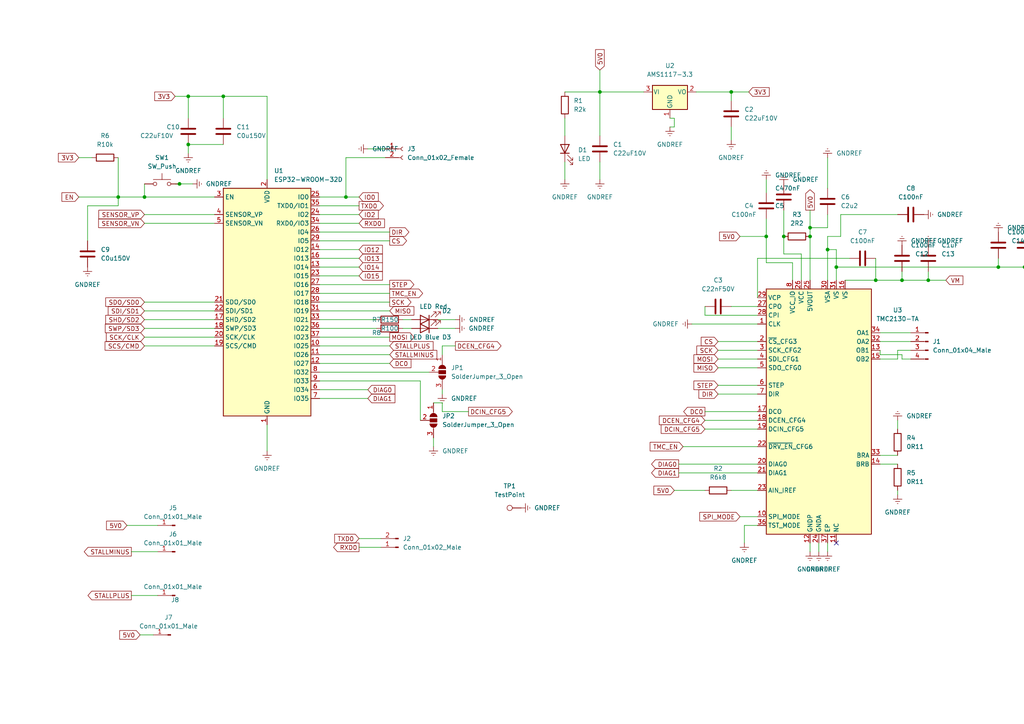
<source format=kicad_sch>
(kicad_sch (version 20211123) (generator eeschema)
  (paper "A4")
  (lib_symbols
    (symbol "Connector:Conn_01x01_Male" (pin_names (offset 1.016) hide)
      (property "Reference" "J" (at 0 2.54 0))
      (property "Value" "Conn_01x01_Male" (at 0 -2.54 0))
      (symbol "Conn_01x01_Male_1_1"
        (polyline (pts (xy 1.27 0) (xy 0.8636 0)) (stroke (width 0.1524)))
        (rectangle (start 0.8636 0.127) (end 0 -0.127) (stroke (width 0.1524)) (fill (type outline)))
        (pin passive line (at 5.08 0 180) (length 3.81) (name "Pin_1") (number "1"))
      )
    )
    (symbol "Connector:Conn_01x02_Female" (pin_names (offset 1.016) hide)
      (property "Reference" "J" (at 0 2.54 0))
      (property "Value" "Conn_01x02_Female" (at 0 -5.08 0))
      (symbol "Conn_01x02_Female_1_1"
        (arc (start 0 -2.032) (mid -0.508 -2.54) (end 0 -3.048) (stroke (width 0.1524)))
        (polyline (pts (xy -1.27 -2.54) (xy -0.508 -2.54)) (stroke (width 0.1524)))
        (polyline (pts (xy -1.27 0) (xy -0.508 0)) (stroke (width 0.1524)))
        (arc (start 0 0.508) (mid -0.508 0) (end 0 -0.508) (stroke (width 0.1524)))
        (pin passive line (at -5.08 0 0) (length 3.81) (name "Pin_1") (number "1"))
        (pin passive line (at -5.08 -2.54 0) (length 3.81) (name "Pin_2") (number "2"))
      )
    )
    (symbol "Connector:Conn_01x02_Male" (pin_names (offset 1.016) hide)
      (property "Reference" "J" (at 0 2.54 0))
      (property "Value" "Conn_01x02_Male" (at 0 -5.08 0))
      (symbol "Conn_01x02_Male_1_1"
        (polyline (pts (xy 1.27 -2.54) (xy 0.8636 -2.54)) (stroke (width 0.1524)))
        (polyline (pts (xy 1.27 0) (xy 0.8636 0)) (stroke (width 0.1524)))
        (rectangle (start 0.8636 -2.413) (end 0 -2.667) (stroke (width 0.1524)) (fill (type outline)))
        (rectangle (start 0.8636 0.127) (end 0 -0.127) (stroke (width 0.1524)) (fill (type outline)))
        (pin passive line (at 5.08 0 180) (length 3.81) (name "Pin_1") (number "1"))
        (pin passive line (at 5.08 -2.54 180) (length 3.81) (name "Pin_2") (number "2"))
      )
    )
    (symbol "Connector:Conn_01x04_Male" (pin_names (offset 1.016) hide)
      (property "Reference" "J" (at 0 5.08 0))
      (property "Value" "Conn_01x04_Male" (at 0 -7.62 0))
      (symbol "Conn_01x04_Male_1_1"
        (polyline (pts (xy 1.27 -5.08) (xy 0.8636 -5.08)) (stroke (width 0.1524)))
        (polyline (pts (xy 1.27 -2.54) (xy 0.8636 -2.54)) (stroke (width 0.1524)))
        (polyline (pts (xy 1.27 0) (xy 0.8636 0)) (stroke (width 0.1524)))
        (polyline (pts (xy 1.27 2.54) (xy 0.8636 2.54)) (stroke (width 0.1524)))
        (rectangle (start 0.8636 -4.953) (end 0 -5.207) (stroke (width 0.1524)) (fill (type outline)))
        (rectangle (start 0.8636 -2.413) (end 0 -2.667) (stroke (width 0.1524)) (fill (type outline)))
        (rectangle (start 0.8636 0.127) (end 0 -0.127) (stroke (width 0.1524)) (fill (type outline)))
        (rectangle (start 0.8636 2.667) (end 0 2.413) (stroke (width 0.1524)) (fill (type outline)))
        (pin passive line (at 5.08 2.54 180) (length 3.81) (name "Pin_1") (number "1"))
        (pin passive line (at 5.08 0 180) (length 3.81) (name "Pin_2") (number "2"))
        (pin passive line (at 5.08 -2.54 180) (length 3.81) (name "Pin_3") (number "3"))
        (pin passive line (at 5.08 -5.08 180) (length 3.81) (name "Pin_4") (number "4"))
      )
    )
    (symbol "Connector:TestPoint" (pin_numbers hide) (pin_names (offset 0.762) hide)
      (property "Reference" "TP" (at 0 6.858 0))
      (property "Value" "TestPoint" (at 0 5.08 0))
      (symbol "TestPoint_0_1"
        (circle (center 0 3.302) (radius 0.762))
      )
      (symbol "TestPoint_1_1"
        (pin passive line (at 0 0 90) (length 2.54) (name "1") (number "1"))
      )
    )
    (symbol "Device:C" (pin_numbers hide) (pin_names (offset 0.254))
      (property "Reference" "C" (at 0.635 2.54 0))
      (property "Value" "C" (at 0.635 -2.54 0))
      (symbol "C_0_1"
        (polyline (pts (xy -2.032 -0.762) (xy 2.032 -0.762)) (stroke (width 0.508)))
        (polyline (pts (xy -2.032 0.762) (xy 2.032 0.762)) (stroke (width 0.508)))
      )
      (symbol "C_1_1"
        (pin passive line (at 0 3.81 270) (length 2.794) (name "~") (number "1"))
        (pin passive line (at 0 -3.81 90) (length 2.794) (name "~") (number "2"))
      )
    )
    (symbol "Device:LED" (pin_numbers hide) (pin_names (offset 1.016) hide)
      (property "Reference" "D" (at 0 2.54 0))
      (property "Value" "LED" (at 0 -2.54 0))
      (symbol "LED_0_1"
        (polyline (pts (xy -1.27 -1.27) (xy -1.27 1.27)) (stroke (width 0.254)))
        (polyline (pts (xy -1.27 0) (xy 1.27 0)))
        (polyline (pts (xy 1.27 -1.27) (xy 1.27 1.27) (xy -1.27 0) (xy 1.27 -1.27)) (stroke (width 0.254)))
        (polyline (pts (xy -3.048 -0.762) (xy -4.572 -2.286) (xy -3.81 -2.286) (xy -4.572 -2.286) (xy -4.572 -1.524)))
        (polyline (pts (xy -1.778 -0.762) (xy -3.302 -2.286) (xy -2.54 -2.286) (xy -3.302 -2.286) (xy -3.302 -1.524)))
      )
      (symbol "LED_1_1"
        (pin passive line (at -3.81 0 0) (length 2.54) (name "K") (number "1"))
        (pin passive line (at 3.81 0 180) (length 2.54) (name "A") (number "2"))
      )
    )
    (symbol "Device:R" (pin_numbers hide) (pin_names (offset 0))
      (property "Reference" "R" (at 2.032 0 90))
      (property "Value" "R" (at 0 0 90))
      (symbol "R_0_1"
        (rectangle (start -1.016 -2.54) (end 1.016 2.54) (stroke (width 0.254)))
      )
      (symbol "R_1_1"
        (pin passive line (at 0 3.81 270) (length 1.27) (name "~") (number "1"))
        (pin passive line (at 0 -3.81 90) (length 1.27) (name "~") (number "2"))
      )
    )
    (symbol "Driver_Motor:TMC2130-LA"
      (property "Reference" "U" (at -11.43 38.1 0))
      (property "Value" "TMC2130-LA" (at 17.78 38.1 0))
      (symbol "TMC2130-LA_0_1"
        (rectangle (start -15.24 35.56) (end 15.24 -35.56) (stroke (width 0.254)) (fill (type background)))
      )
      (symbol "TMC2130-LA_1_1"
        (pin input line (at -17.78 25.4 0) (length 2.54) (name "CLK") (number "1"))
        (pin input line (at -17.78 -30.48 0) (length 2.54) (name "SPI_MODE") (number "10"))
        (pin passive line (at 5.08 -38.1 90) (length 2.54) (name "NC") (number "11"))
        (pin power_in line (at -2.54 -38.1 90) (length 2.54) (name "GNDP") (number "12"))
        (pin output line (at 17.78 17.78 180) (length 2.54) (name "OB1") (number "13"))
        (pin passive line (at 17.78 -15.24 180) (length 2.54) (name "BRB") (number "14"))
        (pin output line (at 17.78 15.24 180) (length 2.54) (name "OB2") (number "15"))
        (pin power_in line (at 7.62 38.1 270) (length 2.54) (name "VS") (number "16"))
        (pin output line (at -17.78 0 0) (length 2.54) (name "DCO") (number "17"))
        (pin input line (at -17.78 -2.54 0) (length 2.54) (name "DCEN_CFG4") (number "18"))
        (pin input line (at -17.78 -5.08 0) (length 2.54) (name "DCIN_CFG5") (number "19"))
        (pin input line (at -17.78 20.32 0) (length 2.54) (name "~{CS}_CFG3") (number "2"))
        (pin output line (at -17.78 -15.24 0) (length 2.54) (name "DIAG0") (number "20"))
        (pin output line (at -17.78 -17.78 0) (length 2.54) (name "DIAG1") (number "21"))
        (pin input line (at -17.78 -10.16 0) (length 2.54) (name "~{DRV_EN}_CFG6") (number "22"))
        (pin input line (at -17.78 -22.86 0) (length 2.54) (name "AIN_IREF") (number "23"))
        (pin power_in line (at 0 -38.1 90) (length 2.54) (name "GNDA") (number "24"))
        (pin power_out line (at -2.54 38.1 270) (length 2.54) (name "5VOUT") (number "25"))
        (pin power_in line (at -5.08 38.1 270) (length 2.54) (name "VCC") (number "26"))
        (pin passive line (at -17.78 30.48 0) (length 2.54) (name "CPO") (number "27"))
        (pin passive line (at -17.78 27.94 0) (length 2.54) (name "CPI") (number "28"))
        (pin passive line (at -17.78 33.02 0) (length 2.54) (name "VCP") (number "29"))
        (pin input line (at -17.78 17.78 0) (length 2.54) (name "SCK_CFG2") (number "3"))
        (pin power_in line (at 2.54 38.1 270) (length 2.54) (name "VSA") (number "30"))
        (pin power_in line (at 5.08 38.1 270) (length 2.54) (name "VS") (number "31"))
        (pin output line (at 17.78 20.32 180) (length 2.54) (name "OA2") (number "32"))
        (pin passive line (at 17.78 -12.7 180) (length 2.54) (name "BRA") (number "33"))
        (pin output line (at 17.78 22.86 180) (length 2.54) (name "OA1") (number "34"))
        (pin passive line (at -2.54 -38.1 90) (length 2.54) hide (name "GNDP") (number "35"))
        (pin input line (at -17.78 -33.02 0) (length 2.54) (name "TST_MODE") (number "36"))
        (pin power_in line (at 2.54 -38.1 90) (length 2.54) (name "EP") (number "37"))
        (pin input line (at -17.78 15.24 0) (length 2.54) (name "SDI_CFG1") (number "4"))
        (pin bidirectional line (at -17.78 12.7 0) (length 2.54) (name "SDO_CFG0") (number "5"))
        (pin input line (at -17.78 7.62 0) (length 2.54) (name "STEP") (number "6"))
        (pin input line (at -17.78 5.08 0) (length 2.54) (name "DIR") (number "7"))
        (pin power_in line (at -7.62 38.1 270) (length 2.54) (name "VCC_IO") (number "8"))
        (pin no_connect line (at 15.24 33.02 180) (length 2.54) hide (name "DNC") (number "9"))
      )
    )
    (symbol "Jumper:SolderJumper_3_Open" (pin_names (offset 0) hide)
      (property "Reference" "JP" (at -2.54 -2.54 0))
      (property "Value" "SolderJumper_3_Open" (at 0 2.794 0))
      (symbol "SolderJumper_3_Open_0_1"
        (arc (start -1.016 1.016) (mid -2.032 0) (end -1.016 -1.016))
        (arc (start -1.016 1.016) (mid -2.032 0) (end -1.016 -1.016) (fill (type outline)))
        (rectangle (start -0.508 1.016) (end 0.508 -1.016) (fill (type outline)))
        (polyline (pts (xy -2.54 0) (xy -2.032 0)))
        (polyline (pts (xy -1.016 1.016) (xy -1.016 -1.016)))
        (polyline (pts (xy 0 -1.27) (xy 0 -1.016)))
        (polyline (pts (xy 1.016 1.016) (xy 1.016 -1.016)))
        (polyline (pts (xy 2.54 0) (xy 2.032 0)))
        (arc (start 1.016 -1.016) (mid 2.032 0) (end 1.016 1.016))
        (arc (start 1.016 -1.016) (mid 2.032 0) (end 1.016 1.016) (fill (type outline)))
      )
      (symbol "SolderJumper_3_Open_1_1"
        (pin passive line (at -5.08 0 0) (length 2.54) (name "A") (number "1"))
        (pin input line (at 0 -3.81 90) (length 2.54) (name "C") (number "2"))
        (pin passive line (at 5.08 0 180) (length 2.54) (name "B") (number "3"))
      )
    )
    (symbol "RF_Module:ESP32-WROOM-32D"
      (property "Reference" "U" (at -12.7 34.29 0))
      (property "Value" "ESP32-WROOM-32D" (at 1.27 34.29 0))
      (symbol "ESP32-WROOM-32D_0_1"
        (rectangle (start -12.7 33.02) (end 12.7 -33.02) (stroke (width 0.254)) (fill (type background)))
      )
      (symbol "ESP32-WROOM-32D_1_1"
        (pin power_in line (at 0 -35.56 90) (length 2.54) (name "GND") (number "1"))
        (pin bidirectional line (at 15.24 -12.7 180) (length 2.54) (name "IO25") (number "10"))
        (pin bidirectional line (at 15.24 -15.24 180) (length 2.54) (name "IO26") (number "11"))
        (pin bidirectional line (at 15.24 -17.78 180) (length 2.54) (name "IO27") (number "12"))
        (pin bidirectional line (at 15.24 10.16 180) (length 2.54) (name "IO14") (number "13"))
        (pin bidirectional line (at 15.24 15.24 180) (length 2.54) (name "IO12") (number "14"))
        (pin passive line (at 0 -35.56 90) (length 2.54) hide (name "GND") (number "15"))
        (pin bidirectional line (at 15.24 12.7 180) (length 2.54) (name "IO13") (number "16"))
        (pin bidirectional line (at -15.24 -5.08 0) (length 2.54) (name "SHD/SD2") (number "17"))
        (pin bidirectional line (at -15.24 -7.62 0) (length 2.54) (name "SWP/SD3") (number "18"))
        (pin bidirectional line (at -15.24 -12.7 0) (length 2.54) (name "SCS/CMD") (number "19"))
        (pin power_in line (at 0 35.56 270) (length 2.54) (name "VDD") (number "2"))
        (pin bidirectional line (at -15.24 -10.16 0) (length 2.54) (name "SCK/CLK") (number "20"))
        (pin bidirectional line (at -15.24 0 0) (length 2.54) (name "SDO/SD0") (number "21"))
        (pin bidirectional line (at -15.24 -2.54 0) (length 2.54) (name "SDI/SD1") (number "22"))
        (pin bidirectional line (at 15.24 7.62 180) (length 2.54) (name "IO15") (number "23"))
        (pin bidirectional line (at 15.24 25.4 180) (length 2.54) (name "IO2") (number "24"))
        (pin bidirectional line (at 15.24 30.48 180) (length 2.54) (name "IO0") (number "25"))
        (pin bidirectional line (at 15.24 20.32 180) (length 2.54) (name "IO4") (number "26"))
        (pin bidirectional line (at 15.24 5.08 180) (length 2.54) (name "IO16") (number "27"))
        (pin bidirectional line (at 15.24 2.54 180) (length 2.54) (name "IO17") (number "28"))
        (pin bidirectional line (at 15.24 17.78 180) (length 2.54) (name "IO5") (number "29"))
        (pin input line (at -15.24 30.48 0) (length 2.54) (name "EN") (number "3"))
        (pin bidirectional line (at 15.24 0 180) (length 2.54) (name "IO18") (number "30"))
        (pin bidirectional line (at 15.24 -2.54 180) (length 2.54) (name "IO19") (number "31"))
        (pin no_connect line (at -12.7 -27.94 0) (length 2.54) hide (name "NC") (number "32"))
        (pin bidirectional line (at 15.24 -5.08 180) (length 2.54) (name "IO21") (number "33"))
        (pin bidirectional line (at 15.24 22.86 180) (length 2.54) (name "RXD0/IO3") (number "34"))
        (pin bidirectional line (at 15.24 27.94 180) (length 2.54) (name "TXD0/IO1") (number "35"))
        (pin bidirectional line (at 15.24 -7.62 180) (length 2.54) (name "IO22") (number "36"))
        (pin bidirectional line (at 15.24 -10.16 180) (length 2.54) (name "IO23") (number "37"))
        (pin passive line (at 0 -35.56 90) (length 2.54) hide (name "GND") (number "38"))
        (pin passive line (at 0 -35.56 90) (length 2.54) hide (name "GND") (number "39"))
        (pin input line (at -15.24 25.4 0) (length 2.54) (name "SENSOR_VP") (number "4"))
        (pin input line (at -15.24 22.86 0) (length 2.54) (name "SENSOR_VN") (number "5"))
        (pin input line (at 15.24 -25.4 180) (length 2.54) (name "IO34") (number "6"))
        (pin input line (at 15.24 -27.94 180) (length 2.54) (name "IO35") (number "7"))
        (pin bidirectional line (at 15.24 -20.32 180) (length 2.54) (name "IO32") (number "8"))
        (pin bidirectional line (at 15.24 -22.86 180) (length 2.54) (name "IO33") (number "9"))
      )
    )
    (symbol "Regulator_Linear:AMS1117-3.3" (pin_names (offset 0.254))
      (property "Reference" "U" (at -3.81 3.175 0))
      (property "Value" "AMS1117-3.3" (at 0 3.175 0))
      (symbol "AMS1117-3.3_0_1"
        (rectangle (start -5.08 -5.08) (end 5.08 1.905) (stroke (width 0.254)) (fill (type background)))
      )
      (symbol "AMS1117-3.3_1_1"
        (pin power_in line (at 0 -7.62 90) (length 2.54) (name "GND") (number "1"))
        (pin power_out line (at 7.62 0 180) (length 2.54) (name "VO") (number "2"))
        (pin power_in line (at -7.62 0 0) (length 2.54) (name "VI") (number "3"))
      )
    )
    (symbol "Switch:SW_Push" (pin_numbers hide) (pin_names (offset 1.016) hide)
      (property "Reference" "SW" (at 1.27 2.54 0))
      (property "Value" "SW_Push" (at 0 -1.524 0))
      (symbol "SW_Push_0_1"
        (circle (center -2.032 0) (radius 0.508))
        (polyline (pts (xy 0 1.27) (xy 0 3.048)))
        (polyline (pts (xy 2.54 1.27) (xy -2.54 1.27)))
        (circle (center 2.032 0) (radius 0.508))
        (pin passive line (at -5.08 0 0) (length 2.54) (name "1") (number "1"))
        (pin passive line (at 5.08 0 180) (length 2.54) (name "2") (number "2"))
      )
    )
    (symbol "power:GNDREF" (power) (pin_names (offset 0))
      (property "Value" "GNDREF" (at 0 -3.81 0))
      (symbol "GNDREF_0_1"
        (polyline (pts (xy -0.635 -1.905) (xy 0.635 -1.905)))
        (polyline (pts (xy -0.127 -2.54) (xy 0.127 -2.54)))
        (polyline (pts (xy 0 -1.27) (xy 0 0)))
        (polyline (pts (xy 1.27 -1.27) (xy -1.27 -1.27)))
      )
      (symbol "GNDREF_1_1"
        (pin power_in line (at 0 0 270) (length 0) hide (name "GNDREF") (number "1"))
      )
    )
  )
  (junction (at 234.95 68.58))
  (junction (at 54.61 41.91))
  (junction (at 234.95 66.04))
  (junction (at 100.33 57.15))
  (junction (at 242.57 77.47))
  (junction (at 254 81.28))
  (junction (at 240.03 72.39))
  (junction (at 289.56 77.47))
  (junction (at 269.24 81.28))
  (junction (at 52.07 53.34))
  (junction (at 261.62 81.28))
  (junction (at 64.77 27.94))
  (junction (at 227.33 68.58))
  (junction (at 54.61 27.94))
  (junction (at 41.91 57.15))
  (junction (at 222.25 68.58))
  (junction (at 173.99 26.67))
  (junction (at 297.18 77.47))
  (junction (at 34.29 57.15))
  (junction (at 212.09 26.67))
  (no_connect (at 242.57 157.48))
  (wire (pts (xy 41.91 95.25) (xy 62.23 95.25)))
  (wire (pts (xy 255.27 99.06) (xy 264.16 99.06)))
  (wire (pts (xy 255.27 96.52) (xy 264.16 96.52)))
  (wire (pts (xy 240.03 68.58) (xy 243.84 68.58)))
  (wire (pts (xy 261.62 78.74) (xy 261.62 81.28)))
  (wire (pts (xy 227.33 68.58) (xy 227.33 73.66)))
  (wire (pts (xy 41.91 100.33) (xy 62.23 100.33)))
  (wire (pts (xy 204.47 91.44) (xy 219.71 91.44)))
  (wire (pts (xy 222.25 68.58) (xy 222.25 76.2)))
  (wire (pts (xy 50.8 53.34) (xy 52.07 53.34)))
  (wire (pts (xy 260.35 104.14) (xy 260.35 101.6)))
  (wire (pts (xy 297.18 77.47) (xy 302.26 77.47)))
  (wire (pts (xy 34.29 57.15) (xy 41.91 57.15)))
  (wire (pts (xy 212.09 88.9) (xy 219.71 88.9)))
  (wire (pts (xy 242.57 77.47) (xy 242.57 81.28)))
  (wire (pts (xy 77.47 123.19) (xy 77.47 130.81)))
  (wire (pts (xy 215.9 152.4) (xy 219.71 152.4)))
  (wire (pts (xy 125.73 116.84) (xy 128.27 116.84)))
  (wire (pts (xy 227.33 73.66) (xy 232.41 73.66)))
  (wire (pts (xy 222.25 63.5) (xy 222.25 68.58)))
  (wire (pts (xy 196.85 137.16) (xy 219.71 137.16)))
  (wire (pts (xy 255.27 102.87) (xy 261.62 102.87)))
  (wire (pts (xy 54.61 41.91) (xy 54.61 44.45)))
  (wire (pts (xy 92.71 105.41) (xy 113.03 105.41)))
  (wire (pts (xy 200.66 93.98) (xy 219.71 93.98)))
  (wire (pts (xy 240.03 66.04) (xy 234.95 66.04)))
  (wire (pts (xy 41.91 57.15) (xy 62.23 57.15)))
  (wire (pts (xy 163.83 34.29) (xy 163.83 39.37)))
  (wire (pts (xy 195.58 36.83) (xy 194.31 36.83)))
  (wire (pts (xy 41.91 62.23) (xy 62.23 62.23)))
  (wire (pts (xy 38.1 172.72) (xy 45.72 172.72)))
  (wire (pts (xy 64.77 27.94) (xy 64.77 34.29)))
  (wire (pts (xy 240.03 72.39) (xy 242.57 72.39)))
  (wire (pts (xy 77.47 27.94) (xy 77.47 52.07)))
  (wire (pts (xy 92.71 95.25) (xy 109.22 95.25)))
  (wire (pts (xy 260.35 142.24) (xy 260.35 143.51)))
  (wire (pts (xy 92.71 82.55) (xy 113.03 82.55)))
  (wire (pts (xy 255.27 104.14) (xy 260.35 104.14)))
  (wire (pts (xy 128.27 102.87) (xy 128.27 100.33)))
  (wire (pts (xy 163.83 26.67) (xy 173.99 26.67)))
  (wire (pts (xy 121.92 110.49) (xy 121.92 121.92)))
  (wire (pts (xy 222.25 52.07) (xy 222.25 55.88)))
  (wire (pts (xy 194.31 34.29) (xy 195.58 34.29)))
  (wire (pts (xy 128.27 113.03) (xy 128.27 114.3)))
  (wire (pts (xy 254 74.93) (xy 254 81.28)))
  (wire (pts (xy 212.09 36.83) (xy 212.09 40.64)))
  (wire (pts (xy 104.14 158.75) (xy 110.49 158.75)))
  (wire (pts (xy 38.1 160.02) (xy 45.72 160.02)))
  (wire (pts (xy 92.71 64.77) (xy 104.14 64.77)))
  (wire (pts (xy 116.84 92.71) (xy 119.38 92.71)))
  (wire (pts (xy 92.71 87.63) (xy 113.03 87.63)))
  (wire (pts (xy 214.63 68.58) (xy 222.25 68.58)))
  (wire (pts (xy 234.95 68.58) (xy 234.95 81.28)))
  (wire (pts (xy 125.73 127) (xy 125.73 129.54)))
  (wire (pts (xy 173.99 26.67) (xy 173.99 39.37)))
  (wire (pts (xy 219.71 86.36) (xy 219.71 74.93)))
  (wire (pts (xy 128.27 116.84) (xy 128.27 119.38)))
  (wire (pts (xy 173.99 46.99) (xy 173.99 52.07)))
  (wire (pts (xy 212.09 142.24) (xy 219.71 142.24)))
  (wire (pts (xy 64.77 27.94) (xy 77.47 27.94)))
  (wire (pts (xy 92.71 77.47) (xy 104.14 77.47)))
  (wire (pts (xy 41.91 90.17) (xy 62.23 90.17)))
  (wire (pts (xy 92.71 107.95) (xy 124.46 107.95)))
  (wire (pts (xy 92.71 80.01) (xy 104.14 80.01)))
  (wire (pts (xy 163.83 46.99) (xy 163.83 52.07)))
  (wire (pts (xy 232.41 73.66) (xy 232.41 81.28)))
  (wire (pts (xy 254 81.28) (xy 245.11 81.28)))
  (wire (pts (xy 269.24 78.74) (xy 269.24 81.28)))
  (wire (pts (xy 106.68 43.18) (xy 111.76 43.18)))
  (wire (pts (xy 100.33 45.72) (xy 111.76 45.72)))
  (wire (pts (xy 195.58 142.24) (xy 204.47 142.24)))
  (wire (pts (xy 104.14 156.21) (xy 110.49 156.21)))
  (wire (pts (xy 92.71 110.49) (xy 121.92 110.49)))
  (wire (pts (xy 128.27 119.38) (xy 135.89 119.38)))
  (wire (pts (xy 92.71 74.93) (xy 104.14 74.93)))
  (wire (pts (xy 127 95.25) (xy 132.08 95.25)))
  (wire (pts (xy 34.29 45.72) (xy 34.29 57.15)))
  (wire (pts (xy 261.62 81.28) (xy 269.24 81.28)))
  (wire (pts (xy 260.35 101.6) (xy 264.16 101.6)))
  (wire (pts (xy 92.71 67.31) (xy 113.03 67.31)))
  (wire (pts (xy 269.24 81.28) (xy 274.32 81.28)))
  (wire (pts (xy 208.28 99.06) (xy 219.71 99.06)))
  (wire (pts (xy 196.85 134.62) (xy 219.71 134.62)))
  (wire (pts (xy 260.35 121.92) (xy 260.35 124.46)))
  (wire (pts (xy 261.62 104.14) (xy 264.16 104.14)))
  (wire (pts (xy 195.58 34.29) (xy 195.58 36.83)))
  (wire (pts (xy 208.28 114.3) (xy 219.71 114.3)))
  (wire (pts (xy 41.91 87.63) (xy 62.23 87.63)))
  (wire (pts (xy 34.29 57.15) (xy 34.29 59.69)))
  (wire (pts (xy 92.71 85.09) (xy 113.03 85.09)))
  (wire (pts (xy 54.61 41.91) (xy 64.77 41.91)))
  (wire (pts (xy 41.91 97.79) (xy 62.23 97.79)))
  (wire (pts (xy 289.56 74.93) (xy 289.56 77.47)))
  (wire (pts (xy 208.28 104.14) (xy 219.71 104.14)))
  (wire (pts (xy 208.28 106.68) (xy 219.71 106.68)))
  (wire (pts (xy 22.86 45.72) (xy 26.67 45.72)))
  (wire (pts (xy 242.57 72.39) (xy 242.57 77.47)))
  (wire (pts (xy 25.4 59.69) (xy 25.4 69.85)))
  (wire (pts (xy 92.71 59.69) (xy 104.14 59.69)))
  (wire (pts (xy 41.91 53.34) (xy 41.91 57.15)))
  (wire (pts (xy 92.71 113.03) (xy 106.68 113.03)))
  (wire (pts (xy 100.33 57.15) (xy 100.33 45.72)))
  (wire (pts (xy 204.47 88.9) (xy 204.47 91.44)))
  (wire (pts (xy 214.63 149.86) (xy 219.71 149.86)))
  (wire (pts (xy 128.27 100.33) (xy 132.08 100.33)))
  (wire (pts (xy 92.71 100.33) (xy 113.03 100.33)))
  (wire (pts (xy 40.64 184.15) (xy 44.45 184.15)))
  (wire (pts (xy 92.71 97.79) (xy 113.03 97.79)))
  (wire (pts (xy 212.09 26.67) (xy 201.93 26.67)))
  (wire (pts (xy 34.29 59.69) (xy 25.4 59.69)))
  (wire (pts (xy 41.91 64.77) (xy 62.23 64.77)))
  (wire (pts (xy 297.18 74.93) (xy 297.18 77.47)))
  (wire (pts (xy 92.71 69.85) (xy 113.03 69.85)))
  (wire (pts (xy 289.56 77.47) (xy 297.18 77.47)))
  (wire (pts (xy 215.9 157.48) (xy 215.9 152.4)))
  (wire (pts (xy 243.84 68.58) (xy 243.84 62.23)))
  (wire (pts (xy 127 92.71) (xy 132.08 92.71)))
  (wire (pts (xy 173.99 26.67) (xy 186.69 26.67)))
  (wire (pts (xy 92.71 92.71) (xy 109.22 92.71)))
  (wire (pts (xy 204.47 121.92) (xy 219.71 121.92)))
  (wire (pts (xy 255.27 101.6) (xy 255.27 102.87)))
  (wire (pts (xy 22.86 57.15) (xy 34.29 57.15)))
  (wire (pts (xy 255.27 134.62) (xy 260.35 134.62)))
  (wire (pts (xy 173.99 20.32) (xy 173.99 26.67)))
  (wire (pts (xy 208.28 111.76) (xy 219.71 111.76)))
  (wire (pts (xy 92.71 62.23) (xy 104.14 62.23)))
  (wire (pts (xy 36.83 152.4) (xy 45.72 152.4)))
  (wire (pts (xy 204.47 119.38) (xy 219.71 119.38)))
  (wire (pts (xy 116.84 95.25) (xy 119.38 95.25)))
  (wire (pts (xy 54.61 27.94) (xy 54.61 34.29)))
  (wire (pts (xy 234.95 60.96) (xy 234.95 66.04)))
  (wire (pts (xy 92.71 57.15) (xy 100.33 57.15)))
  (wire (pts (xy 240.03 72.39) (xy 240.03 68.58)))
  (wire (pts (xy 219.71 74.93) (xy 246.38 74.93)))
  (wire (pts (xy 54.61 27.94) (xy 64.77 27.94)))
  (wire (pts (xy 52.07 53.34) (xy 55.88 53.34)))
  (wire (pts (xy 208.28 101.6) (xy 219.71 101.6)))
  (wire (pts (xy 41.91 92.71) (xy 62.23 92.71)))
  (wire (pts (xy 50.8 27.94) (xy 54.61 27.94)))
  (wire (pts (xy 243.84 62.23) (xy 260.35 62.23)))
  (wire (pts (xy 240.03 81.28) (xy 240.03 72.39)))
  (wire (pts (xy 242.57 77.47) (xy 289.56 77.47)))
  (wire (pts (xy 198.12 129.54) (xy 219.71 129.54)))
  (wire (pts (xy 212.09 29.21) (xy 212.09 26.67)))
  (wire (pts (xy 240.03 62.23) (xy 240.03 66.04)))
  (wire (pts (xy 222.25 76.2) (xy 229.87 76.2)))
  (wire (pts (xy 229.87 76.2) (xy 229.87 81.28)))
  (wire (pts (xy 212.09 26.67) (xy 217.17 26.67)))
  (wire (pts (xy 240.03 157.48) (xy 240.03 160.02)))
  (wire (pts (xy 100.33 57.15) (xy 104.14 57.15)))
  (wire (pts (xy 237.49 157.48) (xy 237.49 160.02)))
  (wire (pts (xy 240.03 45.72) (xy 240.03 54.61)))
  (wire (pts (xy 261.62 102.87) (xy 261.62 104.14)))
  (wire (pts (xy 92.71 102.87) (xy 113.03 102.87)))
  (wire (pts (xy 92.71 115.57) (xy 106.68 115.57)))
  (wire (pts (xy 204.47 124.46) (xy 219.71 124.46)))
  (wire (pts (xy 92.71 90.17) (xy 113.03 90.17)))
  (wire (pts (xy 254 81.28) (xy 261.62 81.28)))
  (wire (pts (xy 227.33 60.96) (xy 227.33 68.58)))
  (wire (pts (xy 234.95 157.48) (xy 234.95 160.02)))
  (wire (pts (xy 234.95 66.04) (xy 234.95 68.58)))
  (wire (pts (xy 92.71 72.39) (xy 104.14 72.39)))
  (wire (pts (xy 255.27 132.08) (xy 260.35 132.08)))
  (global_label "DCEN_CFG4" (shape input) (at 204.47 121.92 180) (property "Intersheet References" "${INTERSHEET_REFS}" (effects hide)))
  (global_label "3V3" (shape input) (at 217.17 26.67 0) (property "Intersheet References" "${INTERSHEET_REFS}" (effects hide)))
  (global_label "DCIN_CFG5" (shape input) (at 204.47 124.46 180) (property "Intersheet References" "${INTERSHEET_REFS}" (effects hide)))
  (global_label "TXD0" (shape output) (at 104.14 59.69 0) (property "Intersheet References" "${INTERSHEET_REFS}" (effects hide)))
  (global_label "SCK" (shape input) (at 208.28 101.6 180) (property "Intersheet References" "${INTERSHEET_REFS}" (effects hide)))
  (global_label "EN" (shape input) (at 22.86 57.15 180) (property "Intersheet References" "${INTERSHEET_REFS}" (effects hide)))
  (global_label "5V0" (shape input) (at 173.99 20.32 90) (property "Intersheet References" "${INTERSHEET_REFS}" (effects hide)))
  (global_label "DIAG1" (shape input) (at 106.68 115.57 0) (property "Intersheet References" "${INTERSHEET_REFS}" (effects hide)))
  (global_label "DIR" (shape output) (at 113.03 67.31 0) (property "Intersheet References" "${INTERSHEET_REFS}" (effects hide)))
  (global_label "DIAG1" (shape output) (at 196.85 137.16 180) (property "Intersheet References" "${INTERSHEET_REFS}" (effects hide)))
  (global_label "SCS{slash}CMD" (shape input) (at 41.91 100.33 180) (property "Intersheet References" "${INTERSHEET_REFS}" (effects hide)))
  (global_label "CS" (shape output) (at 113.03 69.85 0) (property "Intersheet References" "${INTERSHEET_REFS}" (effects hide)))
  (global_label "DIAG0" (shape input) (at 106.68 113.03 0) (property "Intersheet References" "${INTERSHEET_REFS}" (effects hide)))
  (global_label "SDO{slash}SD0" (shape input) (at 41.91 87.63 180) (property "Intersheet References" "${INTERSHEET_REFS}" (effects hide)))
  (global_label "MOSI" (shape output) (at 113.03 97.79 0) (property "Intersheet References" "${INTERSHEET_REFS}" (effects hide)))
  (global_label "STEP" (shape output) (at 113.03 82.55 0) (property "Intersheet References" "${INTERSHEET_REFS}" (effects hide)))
  (global_label "IO14" (shape input) (at 104.14 77.47 0) (property "Intersheet References" "${INTERSHEET_REFS}" (effects hide)))
  (global_label "STALLMINUS" (shape output) (at 38.1 160.02 180) (property "Intersheet References" "${INTERSHEET_REFS}" (effects hide)))
  (global_label "SWP{slash}SD3" (shape input) (at 41.91 95.25 180) (property "Intersheet References" "${INTERSHEET_REFS}" (effects hide)))
  (global_label "SHD{slash}SD2" (shape input) (at 41.91 92.71 180) (property "Intersheet References" "${INTERSHEET_REFS}" (effects hide)))
  (global_label "5V0" (shape input) (at 195.58 142.24 180) (property "Intersheet References" "${INTERSHEET_REFS}" (effects hide)))
  (global_label "SCK{slash}CLK" (shape input) (at 41.91 97.79 180) (property "Intersheet References" "${INTERSHEET_REFS}" (effects hide)))
  (global_label "STALLPLUS" (shape input) (at 113.03 100.33 0) (property "Intersheet References" "${INTERSHEET_REFS}" (effects hide)))
  (global_label "SENSOR_VP" (shape input) (at 41.91 62.23 180) (property "Intersheet References" "${INTERSHEET_REFS}" (effects hide)))
  (global_label "SPI_MODE" (shape input) (at 214.63 149.86 180) (property "Intersheet References" "${INTERSHEET_REFS}" (effects hide)))
  (global_label "SDI{slash}SD1" (shape input) (at 41.91 90.17 180) (property "Intersheet References" "${INTERSHEET_REFS}" (effects hide)))
  (global_label "STALLPLUS" (shape output) (at 38.1 172.72 180) (property "Intersheet References" "${INTERSHEET_REFS}" (effects hide)))
  (global_label "SCK" (shape output) (at 113.03 87.63 0) (property "Intersheet References" "${INTERSHEET_REFS}" (effects hide)))
  (global_label "5V0" (shape input) (at 214.63 68.58 180) (property "Intersheet References" "${INTERSHEET_REFS}" (effects hide)))
  (global_label "SENSOR_VN" (shape input) (at 41.91 64.77 180) (property "Intersheet References" "${INTERSHEET_REFS}" (effects hide)))
  (global_label "5V0" (shape input) (at 40.64 184.15 180) (property "Intersheet References" "${INTERSHEET_REFS}" (effects hide)))
  (global_label "RXD0" (shape input) (at 104.14 64.77 0) (property "Intersheet References" "${INTERSHEET_REFS}" (effects hide)))
  (global_label "IO12" (shape input) (at 104.14 72.39 0) (property "Intersheet References" "${INTERSHEET_REFS}" (effects hide)))
  (global_label "STALLMINUS" (shape input) (at 113.03 102.87 0) (property "Intersheet References" "${INTERSHEET_REFS}" (effects hide)))
  (global_label "DC0" (shape output) (at 204.47 119.38 180) (property "Intersheet References" "${INTERSHEET_REFS}" (effects hide)))
  (global_label "VM" (shape input) (at 302.26 77.47 0) (property "Intersheet References" "${INTERSHEET_REFS}" (effects hide)))
  (global_label "VM" (shape input) (at 274.32 81.28 0) (property "Intersheet References" "${INTERSHEET_REFS}" (effects hide)))
  (global_label "5V0" (shape output) (at 234.95 60.96 90) (property "Intersheet References" "${INTERSHEET_REFS}" (effects hide)))
  (global_label "DC0" (shape input) (at 113.03 105.41 0) (property "Intersheet References" "${INTERSHEET_REFS}" (effects hide)))
  (global_label "MISO" (shape input) (at 208.28 106.68 180) (property "Intersheet References" "${INTERSHEET_REFS}" (effects hide)))
  (global_label "MOSI" (shape input) (at 208.28 104.14 180) (property "Intersheet References" "${INTERSHEET_REFS}" (effects hide)))
  (global_label "5V0" (shape input) (at 36.83 152.4 180) (property "Intersheet References" "${INTERSHEET_REFS}" (effects hide)))
  (global_label "IO13" (shape input) (at 104.14 74.93 0) (property "Intersheet References" "${INTERSHEET_REFS}" (effects hide)))
  (global_label "IO2" (shape input) (at 104.14 62.23 0) (property "Intersheet References" "${INTERSHEET_REFS}" (effects hide)))
  (global_label "3V3" (shape input) (at 50.8 27.94 180) (property "Intersheet References" "${INTERSHEET_REFS}" (effects hide)))
  (global_label "TMC_EN" (shape input) (at 198.12 129.54 180) (property "Intersheet References" "${INTERSHEET_REFS}" (effects hide)))
  (global_label "DIR" (shape input) (at 208.28 114.3 180) (property "Intersheet References" "${INTERSHEET_REFS}" (effects hide)))
  (global_label "CS" (shape input) (at 208.28 99.06 180) (property "Intersheet References" "${INTERSHEET_REFS}" (effects hide)))
  (global_label "MISO" (shape input) (at 113.03 90.17 0) (property "Intersheet References" "${INTERSHEET_REFS}" (effects hide)))
  (global_label "3V3" (shape input) (at 22.86 45.72 180) (property "Intersheet References" "${INTERSHEET_REFS}" (effects hide)))
  (global_label "TMC_EN" (shape output) (at 113.03 85.09 0) (property "Intersheet References" "${INTERSHEET_REFS}" (effects hide)))
  (global_label "DCIN_CFG5" (shape output) (at 135.89 119.38 0) (property "Intersheet References" "${INTERSHEET_REFS}" (effects hide)))
  (global_label "TXD0" (shape input) (at 104.14 156.21 180) (property "Intersheet References" "${INTERSHEET_REFS}" (effects hide)))
  (global_label "IO0" (shape input) (at 104.14 57.15 0) (property "Intersheet References" "${INTERSHEET_REFS}" (effects hide)))
  (global_label "RXD0" (shape output) (at 104.14 158.75 180) (property "Intersheet References" "${INTERSHEET_REFS}" (effects hide)))
  (global_label "DIAG0" (shape output) (at 196.85 134.62 180) (property "Intersheet References" "${INTERSHEET_REFS}" (effects hide)))
  (global_label "STEP" (shape input) (at 208.28 111.76 180) (property "Intersheet References" "${INTERSHEET_REFS}" (effects hide)))
  (global_label "IO15" (shape input) (at 104.14 80.01 0) (property "Intersheet References" "${INTERSHEET_REFS}" (effects hide)))
  (global_label "DCEN_CFG4" (shape output) (at 132.08 100.33 0) (property "Intersheet References" "${INTERSHEET_REFS}" (effects hide)))
  (symbol (lib_id "power:GNDREF") (at 269.24 71.12 180) (unit 1)
    (property "Reference" "#PWR0115" (effects hide))
    (property "Value" "GNDREF" (at 271.78 69.8499 0) (effects (justify right)))
  )
  (symbol (lib_id "power:GNDREF") (at 163.83 52.07 0) (unit 1)
    (property "Reference" "#PWR01" (effects hide))
    (property "Value" "GNDREF" (at 163.83 57.15 0))
  )
  (symbol (lib_id "Device:C") (at 54.61 38.1 0) (unit 1)
    (property "Reference" "C10" (at 48.26 36.83 0) (effects (justify left)))
    (property "Value" "C22uF10V" (at 40.64 39.37 0) (effects (justify left)))
    (property "Footprint" "Capacitor_SMD:C_0603_1608Metric" (effects hide))
  )
  (symbol (lib_id "power:GNDREF") (at 297.18 67.31 180) (unit 1)
    (property "Reference" "#PWR0116" (effects hide))
    (property "Value" "GNDREF" (at 299.72 66.0399 0) (effects (justify right)))
  )
  (symbol (lib_id "Connector:Conn_01x04_Male") (at 269.24 99.06 0) (mirror y) (unit 1)
    (property "Reference" "J1" (at 270.51 99.0599 0) (effects (justify right)))
    (property "Value" "Conn_01x04_Male" (at 270.51 101.5999 0) (effects (justify right)))
    (property "Footprint" "Connector_PinHeader_2.54mm:PinHeader_1x04_P2.54mm_Horizontal" (effects hide))
  )
  (symbol (lib_id "Device:R") (at 113.03 92.71 90) (unit 1)
    (property "Reference" "R7" (at 109.22 92.71 90))
    (property "Value" "R150" (at 113.03 92.71 90))
    (property "Footprint" "Resistor_SMD:R_0402_1005Metric" (effects hide))
  )
  (symbol (lib_id "power:GNDREF") (at 267.97 62.23 90) (unit 1)
    (property "Reference" "#PWR0105" (effects hide))
    (property "Value" "GNDREF" (at 271.78 62.2299 90) (effects (justify right)))
  )
  (symbol (lib_id "Jumper:SolderJumper_3_Open") (at 125.73 121.92 270) (unit 1)
    (property "Reference" "JP2" (at 128.27 120.6499 90) (effects (justify left)))
    (property "Value" "SolderJumper_3_Open" (at 128.27 123.1899 90) (effects (justify left)))
    (property "Footprint" "Jumper:SolderJumper-3_P1.3mm_Open_RoundedPad1.0x1.5mm" (effects hide))
  )
  (symbol (lib_id "power:GNDREF") (at 125.73 129.54 0) (unit 1)
    (property "Reference" "#PWR0121" (effects hide))
    (property "Value" "GNDREF" (at 128.27 130.8099 0) (effects (justify left)))
  )
  (symbol (lib_id "Device:C") (at 261.62 74.93 180) (unit 1)
    (property "Reference" "C12" (at 265.43 73.6599 0) (effects (justify right)))
    (property "Value" "C100nF" (at 264.16 71.12 0) (effects (justify right)))
    (property "Footprint" "Capacitor_SMD:C_0603_1608Metric" (effects hide))
  )
  (symbol (lib_id "Device:C") (at 240.03 58.42 0) (unit 1)
    (property "Reference" "C6" (at 243.84 57.1499 0) (effects (justify left)))
    (property "Value" "C2u2" (at 243.84 59.6899 0) (effects (justify left)))
    (property "Footprint" "Capacitor_SMD:C_0603_1608Metric" (effects hide))
  )
  (symbol (lib_id "Device:LED") (at 123.19 95.25 180) (unit 1)
    (property "Reference" "D3" (at 129.54 97.79 0))
    (property "Value" "LED Blue" (at 123.19 97.79 0))
    (property "Footprint" "LED_SMD:LED_0402_1005Metric" (effects hide))
  )
  (symbol (lib_id "Device:C") (at 227.33 57.15 0) (unit 1)
    (property "Reference" "C5" (at 224.79 59.69 0) (effects (justify left)))
    (property "Value" "C470nF" (at 224.79 54.61 0) (effects (justify left)))
    (property "Footprint" "Capacitor_SMD:C_0603_1608Metric" (effects hide))
  )
  (symbol (lib_id "power:GNDREF") (at 227.33 53.34 180) (unit 1)
    (property "Reference" "#PWR0103" (effects hide))
    (property "Value" "GNDREF" (at 229.87 52.0699 0) (effects (justify right)))
  )
  (symbol (lib_id "power:GNDREF") (at 260.35 143.51 0) (unit 1)
    (property "Reference" "#PWR0110" (effects hide))
    (property "Value" "GNDREF" (at 260.35 148.59 0))
  )
  (symbol (lib_id "power:GNDREF") (at 173.99 52.07 0) (unit 1)
    (property "Reference" "#PWR02" (effects hide))
    (property "Value" "GNDREF" (at 173.99 57.15 0))
  )
  (symbol (lib_id "Device:C") (at 297.18 71.12 0) (unit 1)
    (property "Reference" "C15" (at 300.99 69.8499 0) (effects (justify left)))
    (property "Value" "C1uF" (at 300.99 67.31 0) (effects (justify left)))
    (property "Footprint" "Capacitor_SMD:C_0603_1608Metric" (effects hide))
  )
  (symbol (lib_id "Device:C") (at 222.25 59.69 0) (unit 1)
    (property "Reference" "C4" (at 215.9 59.69 0) (effects (justify left)))
    (property "Value" "C100nF" (at 212.09 62.23 0) (effects (justify left)))
    (property "Footprint" "Capacitor_SMD:C_0603_1608Metric" (effects hide))
  )
  (symbol (lib_id "power:GNDREF") (at 132.08 95.25 90) (unit 1)
    (property "Reference" "#PWR0120" (effects hide))
    (property "Value" "GNDREF" (at 135.89 95.2499 90) (effects (justify right)))
  )
  (symbol (lib_id "power:GNDREF") (at 106.68 43.18 270) (unit 1)
    (property "Reference" "#PWR0122" (effects hide))
    (property "Value" "GNDREF" (at 107.95 43.1799 90) (effects (justify left)))
  )
  (symbol (lib_id "power:GNDREF") (at 234.95 160.02 0) (unit 1)
    (property "Reference" "#PWR0107" (effects hide))
    (property "Value" "GNDREF" (at 234.95 165.1 0))
  )
  (symbol (lib_id "Connector:Conn_01x01_Male") (at 50.8 160.02 180) (unit 1)
    (property "Reference" "J6" (at 50.165 154.94 0))
    (property "Value" "Conn_01x01_Male" (at 50.165 157.48 0))
    (property "Footprint" "Connector_PinHeader_2.54mm:PinHeader_1x01_P2.54mm_Horizontal" (effects hide))
  )
  (symbol (lib_id "Device:C") (at 25.4 73.66 0) (unit 1)
    (property "Reference" "C9" (at 29.21 72.3899 0) (effects (justify left)))
    (property "Value" "C0u150V" (at 29.21 74.9299 0) (effects (justify left)))
    (property "Footprint" "Capacitor_SMD:C_0603_1608Metric" (effects hide))
  )
  (symbol (lib_id "RF_Module:ESP32-WROOM-32D") (at 77.47 87.63 0) (unit 1)
    (property "Reference" "U1" (at 79.4894 49.53 0) (effects (justify left)))
    (property "Value" "ESP32-WROOM-32D" (at 79.4894 52.07 0) (effects (justify left)))
    (property "Footprint" "RF_Module:ESP32-WROOM-32" (effects hide))
    (property "Datasheet" "https://www.espressif.com/sites/default/files/documentation/esp32-wroom-32d_esp32-wroom-32u_datasheet_en.pdf" (effects hide))
  )
  (symbol (lib_id "Device:R") (at 163.83 30.48 0) (unit 1)
    (property "Reference" "R1" (at 166.37 29.2099 0) (effects (justify left)))
    (property "Value" "R2k" (at 166.37 31.7499 0) (effects (justify left)))
    (property "Footprint" "Resistor_SMD:R_0402_1005Metric" (effects hide))
  )
  (symbol (lib_id "Connector:TestPoint") (at 151.13 147.32 90) (unit 1)
    (property "Reference" "TP1" (at 147.828 140.97 90))
    (property "Value" "TestPoint" (at 147.828 143.51 90))
    (property "Footprint" "TestPoint:TestPoint_Pad_4.0x4.0mm" (effects hide))
  )
  (symbol (lib_id "Device:R") (at 231.14 68.58 90) (unit 1)
    (property "Reference" "R3" (at 231.14 62.23 90))
    (property "Value" "2R2" (at 231.14 64.77 90))
    (property "Footprint" "Resistor_SMD:R_0402_1005Metric" (effects hide))
  )
  (symbol (lib_id "power:GNDREF") (at 55.88 53.34 90) (unit 1)
    (property "Reference" "#PWR0118" (effects hide))
    (property "Value" "GNDREF" (at 59.69 53.3399 90) (effects (justify right)))
  )
  (symbol (lib_id "Device:LED") (at 163.83 43.18 90) (unit 1)
    (property "Reference" "D1" (at 167.64 43.4974 90) (effects (justify right)))
    (property "Value" "LED" (at 167.64 46.0374 90) (effects (justify right)))
    (property "Footprint" "LED_SMD:LED_0402_1005Metric" (effects hide))
  )
  (symbol (lib_id "power:GNDREF") (at 289.56 67.31 180) (unit 1)
    (property "Reference" "#PWR0117" (effects hide))
    (property "Value" "GNDREF" (at 292.1 66.0399 0) (effects (justify right)))
  )
  (symbol (lib_id "Connector:Conn_01x01_Male") (at 50.8 152.4 180) (unit 1)
    (property "Reference" "J5" (at 50.165 147.32 0))
    (property "Value" "Conn_01x01_Male" (at 50.165 149.86 0))
    (property "Footprint" "Connector_PinHeader_2.54mm:PinHeader_1x01_P2.54mm_Horizontal" (effects hide))
  )
  (symbol (lib_id "Device:C") (at 208.28 88.9 90) (unit 1)
    (property "Reference" "C3" (at 208.28 81.28 90))
    (property "Value" "C22nF50V" (at 208.28 83.82 90))
    (property "Footprint" "Capacitor_SMD:C_0603_1608Metric" (effects hide))
  )
  (symbol (lib_id "power:GNDREF") (at 260.35 121.92 180) (unit 1)
    (property "Reference" "#PWR0111" (effects hide))
    (property "Value" "GNDREF" (at 262.89 120.6499 0) (effects (justify right)))
  )
  (symbol (lib_id "Regulator_Linear:AMS1117-3.3") (at 194.31 26.67 0) (unit 1)
    (property "Reference" "U2" (at 194.31 19.05 0))
    (property "Value" "AMS1117-3.3" (at 194.31 21.59 0))
    (property "Footprint" "Package_TO_SOT_SMD:SOT-223-3_TabPin2" (effects hide))
    (property "Datasheet" "http://www.advanced-monolithic.com/pdf/ds1117.pdf" (effects hide))
  )
  (symbol (lib_id "Connector:Conn_01x02_Female") (at 116.84 43.18 0) (unit 1)
    (property "Reference" "J3" (at 118.11 43.1799 0) (effects (justify left)))
    (property "Value" "Conn_01x02_Female" (at 118.11 45.7199 0) (effects (justify left)))
    (property "Footprint" "Connector_PinHeader_2.54mm:PinHeader_1x02_P2.54mm_Horizontal" (effects hide))
  )
  (symbol (lib_id "Connector:Conn_01x02_Male") (at 115.57 158.75 180) (unit 1)
    (property "Reference" "J2" (at 116.84 156.2099 0) (effects (justify right)))
    (property "Value" "Conn_01x02_Male" (at 116.84 158.7499 0) (effects (justify right)))
    (property "Footprint" "Connector_PinHeader_2.54mm:PinHeader_1x02_P2.54mm_Horizontal" (effects hide))
  )
  (symbol (lib_id "Device:R") (at 30.48 45.72 90) (unit 1)
    (property "Reference" "R6" (at 30.48 39.37 90))
    (property "Value" "R10k" (at 30.48 41.91 90))
    (property "Footprint" "Resistor_SMD:R_0402_1005Metric" (effects hide))
  )
  (symbol (lib_id "Device:C") (at 250.19 74.93 270) (unit 1)
    (property "Reference" "C7" (at 250.19 67.31 90))
    (property "Value" "C100nF" (at 250.19 69.85 90))
    (property "Footprint" "Capacitor_SMD:C_0603_1608Metric" (effects hide))
  )
  (symbol (lib_id "power:GNDREF") (at 25.4 77.47 0) (unit 1)
    (property "Reference" "#PWR0113" (effects hide))
    (property "Value" "GNDREF" (at 25.4 82.55 0))
  )
  (symbol (lib_id "power:GNDREF") (at 237.49 160.02 0) (unit 1)
    (property "Reference" "#PWR0108" (effects hide))
    (property "Value" "GNDREF" (at 237.49 165.1 0))
  )
  (symbol (lib_id "Device:LED") (at 123.19 92.71 180) (unit 1)
    (property "Reference" "D2" (at 129.54 90.17 0))
    (property "Value" "LED Red" (at 125.73 88.9 0))
    (property "Footprint" "LED_SMD:LED_0402_1005Metric" (effects hide))
  )
  (symbol (lib_id "Device:C") (at 212.09 33.02 0) (unit 1)
    (property "Reference" "C2" (at 215.9 31.7499 0) (effects (justify left)))
    (property "Value" "C22uF10V" (at 215.9 34.2899 0) (effects (justify left)))
    (property "Footprint" "Capacitor_SMD:C_0603_1608Metric" (effects hide))
  )
  (symbol (lib_id "Device:R") (at 113.03 95.25 90) (unit 1)
    (property "Reference" "R8" (at 109.22 96.52 90))
    (property "Value" "R100" (at 113.03 95.25 90))
    (property "Footprint" "Resistor_SMD:R_0402_1005Metric" (effects hide))
  )
  (symbol (lib_id "power:GNDREF") (at 132.08 92.71 90) (unit 1)
    (property "Reference" "#PWR0119" (effects hide))
    (property "Value" "GNDREF" (at 135.9992 92.7099 90) (effects (justify right)))
  )
  (symbol (lib_id "power:GNDREF") (at 222.25 52.07 180) (unit 1)
    (property "Reference" "#PWR0104" (effects hide))
    (property "Value" "GNDREF" (at 224.79 50.7999 0) (effects (justify right)))
  )
  (symbol (lib_id "Driver_Motor:TMC2130-LA") (at 237.49 119.38 0) (unit 1)
    (property "Reference" "U3" (at 260.35 89.9412 0))
    (property "Value" "TMC2130-TA" (at 260.35 92.4812 0))
    (property "Footprint" "Package_DFN_QFN:QFN-36-1EP_5x6mm_P0.5mm_EP3.6x4.1mm" (effects hide))
    (property "Datasheet" "http://www.trinamic.com/fileadmin/assets/Products/ICs_Documents/TMC2130_datasheet.pdf" (effects hide))
  )
  (symbol (lib_id "Device:C") (at 173.99 43.18 0) (unit 1)
    (property "Reference" "C1" (at 177.8 41.9099 0) (effects (justify left)))
    (property "Value" "C22uF10V" (at 177.8 44.4499 0) (effects (justify left)))
    (property "Footprint" "Capacitor_SMD:C_0603_1608Metric" (effects hide))
  )
  (symbol (lib_id "Device:R") (at 260.35 128.27 0) (unit 1)
    (property "Reference" "R4" (at 262.89 126.9999 0) (effects (justify left)))
    (property "Value" "0R11" (at 262.89 129.5399 0) (effects (justify left)))
    (property "Footprint" "Resistor_SMD:R_0402_1005Metric" (effects hide))
  )
  (symbol (lib_id "power:GNDREF") (at 54.61 44.45 0) (unit 1)
    (property "Reference" "#PWR0112" (effects hide))
    (property "Value" "GNDREF" (at 54.61 49.53 0))
  )
  (symbol (lib_id "power:GNDREF") (at 200.66 93.98 270) (unit 1)
    (property "Reference" "#PWR04" (effects hide))
    (property "Value" "GNDREF" (at 196.85 93.9799 90) (effects (justify right)))
  )
  (symbol (lib_id "Device:C") (at 264.16 62.23 270) (unit 1)
    (property "Reference" "C8" (at 264.16 54.61 90))
    (property "Value" "C100nF" (at 264.16 57.15 90))
    (property "Footprint" "Capacitor_SMD:C_0603_1608Metric" (effects hide))
  )
  (symbol (lib_id "Jumper:SolderJumper_3_Open") (at 128.27 107.95 270) (unit 1)
    (property "Reference" "JP1" (at 130.81 106.6799 90) (effects (justify left)))
    (property "Value" "SolderJumper_3_Open" (at 130.81 109.2199 90) (effects (justify left)))
    (property "Footprint" "Jumper:SolderJumper-3_P1.3mm_Open_RoundedPad1.0x1.5mm" (effects hide))
  )
  (symbol (lib_id "Device:C") (at 269.24 74.93 0) (unit 1)
    (property "Reference" "C13" (at 273.05 73.6599 0) (effects (justify left)))
    (property "Value" "C1uF" (at 273.05 71.12 0) (effects (justify left)))
    (property "Footprint" "Capacitor_SMD:C_0603_1608Metric" (effects hide))
  )
  (symbol (lib_id "power:GNDREF") (at 240.03 160.02 0) (unit 1)
    (property "Reference" "#PWR0109" (effects hide))
    (property "Value" "GNDREF" (at 240.03 165.1 0))
  )
  (symbol (lib_id "power:GNDREF") (at 77.47 130.81 0) (unit 1)
    (property "Reference" "#PWR0101" (effects hide))
    (property "Value" "GNDREF" (at 77.47 135.89 0))
  )
  (symbol (lib_id "Device:R") (at 260.35 138.43 0) (unit 1)
    (property "Reference" "R5" (at 262.89 137.1599 0) (effects (justify left)))
    (property "Value" "0R11" (at 262.89 139.6999 0) (effects (justify left)))
    (property "Footprint" "Resistor_SMD:R_0402_1005Metric" (effects hide))
  )
  (symbol (lib_id "Device:C") (at 289.56 71.12 180) (unit 1)
    (property "Reference" "C14" (at 293.37 69.8499 0) (effects (justify right)))
    (property "Value" "C100nF" (at 292.1 67.31 0) (effects (justify right)))
    (property "Footprint" "Capacitor_SMD:C_0603_1608Metric" (effects hide))
  )
  (symbol (lib_id "Connector:Conn_01x01_Male") (at 49.53 184.15 180) (unit 1)
    (property "Reference" "J7" (at 48.895 179.07 0))
    (property "Value" "Conn_01x01_Male" (at 48.895 181.61 0))
    (property "Footprint" "Connector_PinHeader_2.54mm:PinHeader_1x01_P2.54mm_Horizontal" (effects hide))
  )
  (symbol (lib_id "power:GNDREF") (at 151.13 147.32 90) (unit 1)
    (property "Reference" "#PWR0124" (effects hide))
    (property "Value" "GNDREF" (at 154.94 147.3199 90) (effects (justify right)))
  )
  (symbol (lib_id "Device:C") (at 64.77 38.1 0) (unit 1)
    (property "Reference" "C11" (at 68.58 36.8299 0) (effects (justify left)))
    (property "Value" "C0u150V" (at 68.58 39.3699 0) (effects (justify left)))
    (property "Footprint" "Capacitor_SMD:C_0603_1608Metric" (effects hide))
  )
  (symbol (lib_id "Switch:SW_Push") (at 46.99 53.34 0) (unit 1)
    (property "Reference" "SW1" (at 46.99 45.72 0))
    (property "Value" "SW_Push" (at 46.99 48.26 0))
    (property "Footprint" "CompactMotor:SW1AB-260-10T28" (effects hide))
  )
  (symbol (lib_id "Connector:Conn_01x01_Male") (at 50.8 172.72 180) (unit 1)
    (property "Reference" "J8" (at 50.8 173.99 0))
    (property "Value" "Conn_01x01_Male" (at 50.165 170.18 0))
    (property "Footprint" "Connector_PinHeader_2.54mm:PinHeader_1x01_P2.54mm_Horizontal" (effects hide))
  )
  (symbol (lib_id "power:GNDREF") (at 194.31 36.83 0) (unit 1)
    (property "Reference" "#PWR03" (effects hide))
    (property "Value" "GNDREF" (at 194.31 41.91 0))
  )
  (symbol (lib_id "power:GNDREF") (at 212.09 40.64 0) (unit 1)
    (property "Reference" "#PWR05" (effects hide))
    (property "Value" "GNDREF" (at 212.09 45.72 0))
  )
  (symbol (lib_id "power:GNDREF") (at 240.03 45.72 180) (unit 1)
    (property "Reference" "#PWR0102" (effects hide))
    (property "Value" "GNDREF" (at 242.57 44.4499 0) (effects (justify right)))
  )
  (symbol (lib_id "Device:R") (at 208.28 142.24 90) (unit 1)
    (property "Reference" "R2" (at 208.28 135.89 90))
    (property "Value" "R6k8" (at 208.28 138.43 90))
    (property "Footprint" "Resistor_SMD:R_0402_1005Metric" (effects hide))
  )
  (symbol (lib_id "power:GNDREF") (at 128.27 114.3 0) (unit 1)
    (property "Reference" "#PWR0123" (effects hide))
    (property "Value" "GNDREF" (at 130.81 115.5699 0) (effects (justify left)))
  )
  (symbol (lib_id "power:GNDREF") (at 215.9 157.48 0) (unit 1)
    (property "Reference" "#PWR0106" (effects hide))
    (property "Value" "GNDREF" (at 215.9 162.56 0))
  )
  (symbol (lib_id "power:GNDREF") (at 261.62 71.12 180) (unit 1)
    (property "Reference" "#PWR0114" (effects hide))
    (property "Value" "GNDREF" (at 264.16 69.8499 0) (effects (justify right)))
  )
)
</source>
